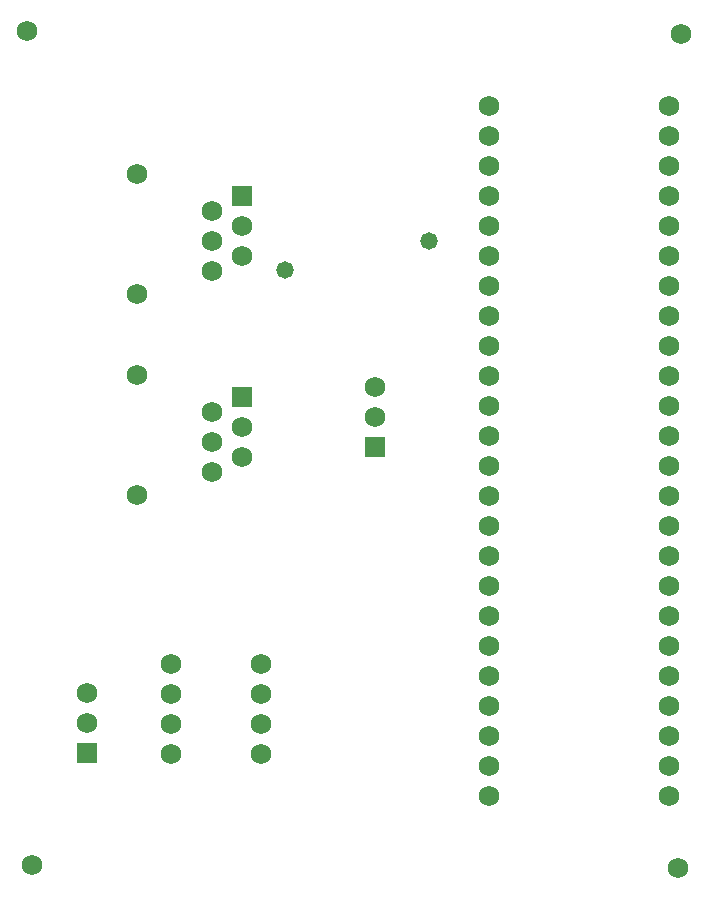
<source format=gbr>
%TF.GenerationSoftware,Altium Limited,Altium Designer,19.1.8 (144)*%
G04 Layer_Color=16711935*
%FSLAX26Y26*%
%MOIN*%
%TF.FileFunction,Soldermask,Bot*%
%TF.Part,Single*%
G01*
G75*
%TA.AperFunction,ComponentPad*%
%ADD21C,0.068000*%
%ADD22R,0.068000X0.068000*%
%TA.AperFunction,ViaPad*%
%ADD23C,0.068000*%
%ADD24C,0.058000*%
D21*
X2270000Y1065000D02*
D03*
Y1165000D02*
D03*
Y1265000D02*
D03*
Y2665000D02*
D03*
Y2565000D02*
D03*
Y2465000D02*
D03*
X1670000Y1265000D02*
D03*
X2270000Y965000D02*
D03*
Y865000D02*
D03*
Y765000D02*
D03*
Y665000D02*
D03*
Y565000D02*
D03*
Y465000D02*
D03*
Y365000D02*
D03*
X1670000D02*
D03*
Y465000D02*
D03*
Y565000D02*
D03*
Y665000D02*
D03*
Y765000D02*
D03*
Y865000D02*
D03*
Y965000D02*
D03*
Y1065000D02*
D03*
Y1165000D02*
D03*
X2270000Y2365000D02*
D03*
Y2265000D02*
D03*
Y2165000D02*
D03*
Y2065000D02*
D03*
Y1965000D02*
D03*
Y1865000D02*
D03*
Y1765000D02*
D03*
Y1665000D02*
D03*
Y1565000D02*
D03*
Y1465000D02*
D03*
Y1365000D02*
D03*
X1670000D02*
D03*
Y1465000D02*
D03*
Y1565000D02*
D03*
Y1665000D02*
D03*
Y1765000D02*
D03*
Y1865000D02*
D03*
Y1965000D02*
D03*
Y2065000D02*
D03*
Y2165000D02*
D03*
Y2265000D02*
D03*
Y2365000D02*
D03*
Y2465000D02*
D03*
Y2565000D02*
D03*
Y2665000D02*
D03*
X1290000Y1630000D02*
D03*
Y1730000D02*
D03*
X330000Y710000D02*
D03*
Y610000D02*
D03*
X910000Y505000D02*
D03*
Y605000D02*
D03*
Y705000D02*
D03*
Y805000D02*
D03*
X610000D02*
D03*
Y705000D02*
D03*
Y605000D02*
D03*
Y505000D02*
D03*
X745000Y2115000D02*
D03*
Y2215000D02*
D03*
Y2315000D02*
D03*
X845000Y2165000D02*
D03*
Y2265000D02*
D03*
X495000Y2040000D02*
D03*
Y2440000D02*
D03*
X745000Y1445000D02*
D03*
Y1545000D02*
D03*
Y1645000D02*
D03*
X845000Y1495000D02*
D03*
Y1595000D02*
D03*
X495000Y1370000D02*
D03*
Y1770000D02*
D03*
D22*
X1290000Y1530000D02*
D03*
X330000Y510000D02*
D03*
X845000Y2365000D02*
D03*
Y1695000D02*
D03*
D23*
X2300000Y125000D02*
D03*
X145000Y135000D02*
D03*
X130000Y2915000D02*
D03*
X2310000Y2905000D02*
D03*
D24*
X990000Y2120000D02*
D03*
X1470000Y2215000D02*
D03*
%TF.MD5,eaec83360253110ec11ba425e96e20db*%
M02*

</source>
